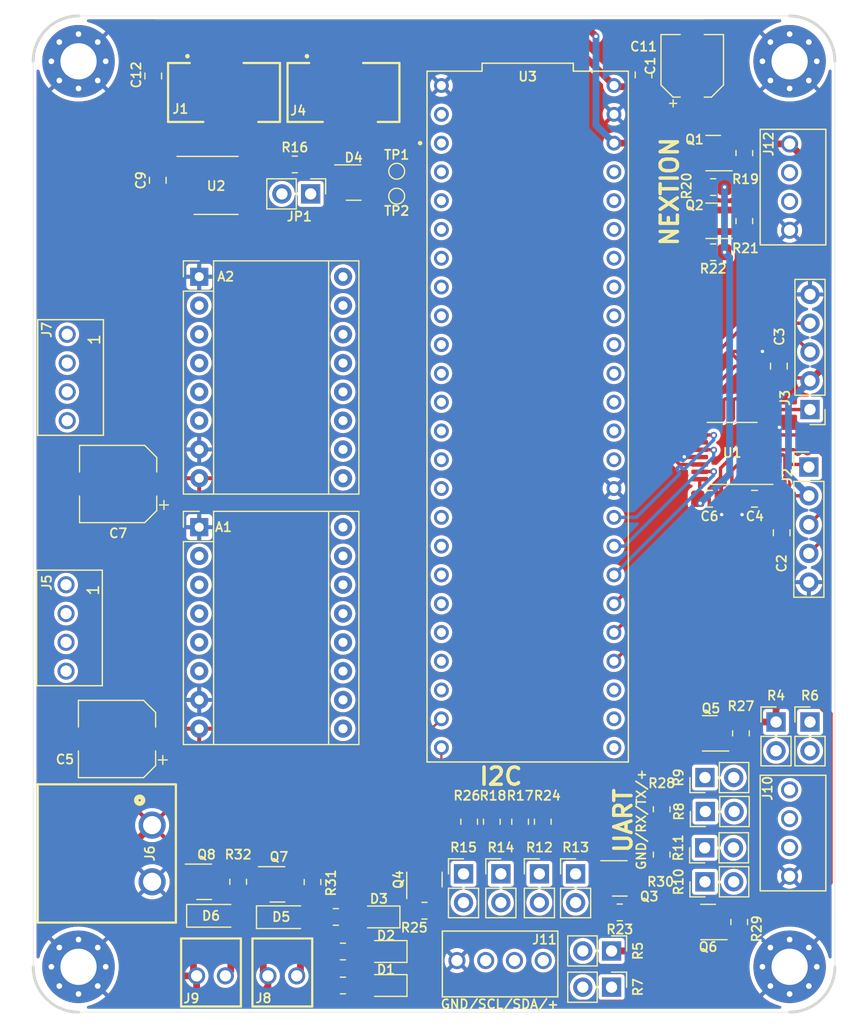
<source format=kicad_pcb>
(kicad_pcb (version 20211014) (generator pcbnew)
  (layers (0 "F.Cu" signal) (31 "B.Cu" signal) (34 "B.Paste" user) (35 "F.Paste" user) (36 "B.SilkS" user "B.Silkscreen") (37 "F.SilkS" user "F.Silkscreen") (38 "B.Mask" user) (39 "F.Mask" user) (44 "Edge.Cuts" user))
  (net 0 "")
  (net 1 "GND")
  (net 2 "/EN_D")
  (net 4 "/M0_D")
  (net 5 "Net-(A1-Pad3)")
  (net 6 "/M1_D")
  (net 7 "Net-(A1-Pad4)")
  (net 8 "/M2_D")
  (net 9 "Net-(A1-Pad5)")
  (net 10 "/RST_D")
  (net 11 "Net-(A1-Pad6)")
  (net 12 "/SLP_D")
  (net 13 "/STP_D")
  (net 14 "+24V")
  (net 15 "/DIR_D")
  (net 16 "/DIR_G")
  (net 17 "/STP_G")
  (net 18 "/SLP_G")
  (net 19 "Net-(A2-Pad6)")
  (net 20 "/RST_G")
  (net 21 "Net-(A2-Pad5)")
  (net 22 "/M2_G")
  (net 23 "Net-(A2-Pad4)")
  (net 24 "/M1_G")
  (net 25 "Net-(A2-Pad3)")
  (net 26 "/M0_G")
  (net 28 "/EN_G")
  (net 29 "+5V")
  (net 30 "+3V3")
  (net 31 "Net-(D1-Pad2)")
  (net 32 "Net-(D2-Pad2)")
  (net 33 "Net-(D3-Pad2)")
  (net 34 "/CANH")
  (net 35 "/CANL")
  (net 36 "/S3_G")
  (net 37 "/S2_G")
  (net 38 "/S1_G")
  (net 39 "/S1_D")
  (net 40 "/S2_D")
  (net 41 "/S3_D")
  (net 42 "Net-(J10-Pad1)")
  (net 43 "Net-(J10-Pad2)")
  (net 44 "Net-(J10-Pad3)")
  (net 45 "Net-(J11-Pad3)")
  (net 46 "Net-(J11-Pad2)")
  (net 47 "Net-(J11-Pad1)")
  (net 48 "/Level_shifter/IN")
  (net 49 "Net-(JP1-Pad1)")
  (net 50 "/NEXTION_RX")
  (net 51 "/NEXTION_TX")
  (net 52 "/SDA")
  (net 53 "/SCL")
  (net 54 "/TX")
  (net 55 "/RX")
  (net 56 "/CHANNEL_B_G")
  (net 57 "/CHANNEL_A_G")
  (net 58 "/CHANNEL_IDX_G")
  (net 59 "/CHANNEL_B_D")
  (net 60 "/CHANNEL_A_D")
  (net 61 "/CHANNEL_IDX_D")
  (net 62 "/TX_CAN")
  (net 63 "/RX_CAN")
  (net 68 "Net-(D5-Pad2)")
  (net 69 "Net-(J9-Pad2)")
  (net 78 "Net-(Q7-Pad1)")
  (net 79 "Net-(Q8-Pad1)")
  (net 80 "/PWM_FAN1")
  (net 81 "/PWM_FAN2")
  (footprint "Module:Pololu_Breakout-16_15.2x20.3mm" (layer "F.Cu") (at 78.06 95.71)
    (fp_text reference "A1")
    (fp_text value "Pololu_Breakout_DRV8825")
  )
  (footprint "Module:Pololu_Breakout-16_15.2x20.3mm" (layer "F.Cu") (at 78.06 73.61)
    (fp_text reference "A2")
    (fp_text value "Pololu_Breakout_DRV8825")
  )
  (footprint "Capacitor_SMD:CP_Elec_5x5.4" (layer "F.Cu") (at 121.6 55 90)
    (fp_text reference "C1")
    (fp_text value "10u")
  )
  (footprint "Capacitor_SMD:C_0805_2012Metric_Pad1.18x1.45mm_HandSolder" (layer "F.Cu") (at 129.5 96.2 -90)
    (fp_text reference "C2")
    (fp_text value "100n")
  )
  (footprint "Capacitor_SMD:C_0805_2012Metric_Pad1.18x1.45mm_HandSolder" (layer "F.Cu") (at 129.25 81.5 90)
    (fp_text reference "C3")
    (fp_text value "100n")
  )
  (footprint "Capacitor_SMD:C_0805_2012Metric_Pad1.18x1.45mm_HandSolder" (layer "F.Cu") (at 127.1 93.2)
    (fp_text reference "C4")
    (fp_text value "100n")
  )
  (footprint "Capacitor_SMD:CP_Elec_6.3x5.4" (layer "F.Cu") (at 70.8 114.4 180)
    (fp_text reference "C5")
    (fp_text value "47u")
  )
  (footprint "Capacitor_SMD:C_0805_2012Metric_Pad1.18x1.45mm_HandSolder" (layer "F.Cu") (at 123.125 93.2 180)
    (fp_text reference "C6")
    (fp_text value "100n")
  )
  (footprint "Capacitor_SMD:CP_Elec_6.3x5.4" (layer "F.Cu") (at 70.9 91.9 180)
    (fp_text reference "C7")
    (fp_text value "47u")
  )
  (footprint "Capacitor_SMD:C_0805_2012Metric_Pad1.18x1.45mm_HandSolder" (layer "F.Cu") (at 74.4 65.1 -90)
    (fp_text reference "C9")
    (fp_text value "100n")
  )
  (footprint "Capacitor_SMD:C_0805_2012Metric_Pad1.18x1.45mm_HandSolder" (layer "F.Cu") (at 117.3 55.8 90)
    (fp_text reference "C11")
    (fp_text value "100n")
  )
  (footprint "LED_SMD:LED_0805_2012Metric_Pad1.15x1.40mm_HandSolder" (layer "F.Cu") (at 94.55 136.15 180)
    (fp_text reference "D1")
    (fp_text value "LED")
  )
  (footprint "LED_SMD:LED_0805_2012Metric_Pad1.15x1.40mm_HandSolder" (layer "F.Cu") (at 94.55 133.149999 180)
    (fp_text reference "D2")
    (fp_text value "LED")
  )
  (footprint "LED_SMD:LED_0805_2012Metric_Pad1.15x1.40mm_HandSolder" (layer "F.Cu") (at 93.925 130.1 180)
    (fp_text reference "D3")
    (fp_text value "LED")
  )
  (footprint "Package_TO_SOT_SMD:SOT-23" (layer "F.Cu") (at 91.7 65.3)
    (fp_text reference "D4")
    (fp_text value "TVS")
  )
  (footprint "AREA_lib_Connector:690367290476" (layer "F.Cu") (at 80.25 57.35 180)
    (fp_text reference "J1")
    (fp_text value "CAN")
  )
  (footprint "Connector_PinHeader_2.54mm:PinHeader_1x05_P2.54mm_Vertical" (layer "F.Cu") (at 131.9 90.4)
    (fp_text reference "J2")
    (fp_text value "ENCODEUR_G")
  )
  (footprint "Connector_PinHeader_2.54mm:PinHeader_1x05_P2.54mm_Vertical" (layer "F.Cu") (at 132 85.33 180)
    (fp_text reference "J3")
    (fp_text value "ENCODEUR_D")
  )
  (footprint "AREA_lib_Connector:690367290476" (layer "F.Cu") (at 90.8 57.35 180)
    (fp_text reference "J4")
    (fp_text value "CAN")
  )
  (footprint "AREA_lib_Connector:Wuerth_2.54mm_4pins_61900411121" (layer "F.Cu") (at 66.3 104.6 90)
    (fp_text reference "J5")
    (fp_text value "MOTOR_D")
  )
  (footprint "AREA_lib_Connector:Wuerth_batcon_691313710002" (layer "F.Cu") (at 73.9 124.5 -90)
    (fp_text reference "J6")
    (fp_text value "BATT")
  )
  (footprint "AREA_lib_Connector:Wuerth_2.54mm_4pins_61900411121" (layer "F.Cu") (at 66.4 82.5 90)
    (fp_text reference "J7")
    (fp_text value "MOTOR_G")
  )
  (footprint "AREA_lib_Connector:Wuerth_2.54mm_2pins_61900211121" (layer "F.Cu") (at 79.1 135 180)
    (fp_text reference "J9")
    (fp_text value "FAN")
  )
  (footprint "AREA_lib_Connector:Wuerth_2.54mm_4pins_61900411121" (layer "F.Cu") (at 130.2 122.7 90)
    (fp_text reference "J10")
    (fp_text value "UART")
  )
  (footprint "AREA_lib_Connector:Wuerth_2.54mm_4pins_61900411121" (layer "F.Cu") (at 104.63 133.95)
    (fp_text reference "J11")
    (fp_text value "I2C")
  )
  (footprint "AREA_lib_Connector:Wuerth_2.54mm_4pins_61900411121" (layer "F.Cu") (at 130.2 65.7 90)
    (fp_text reference "J12")
    (fp_text value "NEXTION")
  )
  (footprint "Connector_PinHeader_2.54mm:PinHeader_1x02_P2.54mm_Vertical" (layer "F.Cu") (at 87.9 66.3 -90)
    (fp_text reference "JP1")
    (fp_text value "120")
  )
  (footprint "Package_TO_SOT_SMD:SOT-23" (layer "F.Cu") (at 123.45 62.7 180)
    (fp_text reference "Q1")
    (fp_text value "SI2302S")
  )
  (footprint "Package_TO_SOT_SMD:SOT-23" (layer "F.Cu") (at 123.45 68.674999 180)
    (fp_text reference "Q2")
    (fp_text value "SI2302S")
  )
  (footprint "Package_TO_SOT_SMD:SOT-23" (layer "F.Cu") (at 115.2 126.7)
    (fp_text reference "Q3")
    (fp_text value "SI2302S")
  )
  (footprint "Package_TO_SOT_SMD:SOT-23" (layer "F.Cu") (at 97.95 126.8 90)
    (fp_text reference "Q4")
    (fp_text value "SI2302S")
  )
  (footprint "Package_TO_SOT_SMD:SOT-23" (layer "F.Cu") (at 123.15 113.9 180)
    (fp_text reference "Q5")
    (fp_text value "SI2302S")
  )
  (footprint "Package_TO_SOT_SMD:SOT-23" (layer "F.Cu") (at 123 130.55 180)
    (fp_text reference "Q6")
    (fp_text value "SI2302S")
  )
  (footprint "Resistor_SMD:R_0805_2012Metric_Pad1.20x1.40mm_HandSolder" (layer "F.Cu") (at 90.75 136.15)
    (fp_text reference "R1" hide)
    (fp_text value "4.7k")
  )
  (footprint "Resistor_SMD:R_0805_2012Metric_Pad1.20x1.40mm_HandSolder" (layer "F.Cu") (at 90.75 133.15)
    (fp_text reference "R2" hide)
    (fp_text value "560")
  )
  (footprint "Resistor_SMD:R_0805_2012Metric_Pad1.20x1.40mm_HandSolder" (layer "F.Cu") (at 90.125 130.1)
    (fp_text reference "R3" hide)
    (fp_text value "220")
  )
  (footprint "Connector_PinHeader_2.54mm:PinHeader_1x02_P2.54mm_Vertical" (layer "F.Cu") (at 129 112.9)
    (fp_text reference "R4")
    (fp_text value "0")
  )
  (footprint "Connector_PinHeader_2.54mm:PinHeader_1x02_P2.54mm_Vertical" (layer "F.Cu") (at 114.475 133.1 -90)
    (fp_text reference "R5")
    (fp_text value "0")
  )
  (footprint "Connector_PinHeader_2.54mm:PinHeader_1x02_P2.54mm_Vertical" (layer "F.Cu") (at 132 112.9)
    (fp_text reference "R6")
    (fp_text value "0")
  )
  (footprint "Connector_PinHeader_2.54mm:PinHeader_1x02_P2.54mm_Vertical" (layer "F.Cu") (at 114.475 136.3 -90)
    (fp_text reference "R7")
    (fp_text value "0")
  )
  (footprint "Connector_PinHeader_2.54mm:PinHeader_1x02_P2.54mm_Vertical" (layer "F.Cu") (at 122.76 120.8 90)
    (fp_text reference "R8")
    (fp_text value "0")
  )
  (footprint "Connector_PinHeader_2.54mm:PinHeader_1x02_P2.54mm_Vertical" (layer "F.Cu") (at 122.725 117.8 90)
    (fp_text reference "R9")
    (fp_text value "0")
  )
  (footprint "Connector_PinHeader_2.54mm:PinHeader_1x02_P2.54mm_Vertical" (layer "F.Cu") (at 122.725 127 90)
    (fp_text reference "R10")
    (fp_text value "0")
  )
  (footprint "Connector_PinHeader_2.54mm:PinHeader_1x02_P2.54mm_Vertical" (layer "F.Cu") (at 122.7 124 90)
    (fp_text reference "R11")
    (fp_text value "0")
  )
  (footprint "Connector_PinHeader_2.54mm:PinHeader_1x02_P2.54mm_Vertical" (layer "F.Cu") (at 108.1 126.3)
    (fp_text reference "R12")
    (fp_text value "0")
  )
  (footprint "Connector_PinHeader_2.54mm:PinHeader_1x02_P2.54mm_Vertical" (layer "F.Cu") (at 111.3 126.3)
    (fp_text reference "R13")
    (fp_text value "0")
  )
  (footprint "Connector_PinHeader_2.54mm:PinHeader_1x02_P2.54mm_Vertical" (layer "F.Cu") (at 104.7 126.3)
    (fp_text reference "R14")
    (fp_text value "0")
  )
  (footprint "Connector_PinHeader_2.54mm:PinHeader_1x02_P2.54mm_Vertical" (layer "F.Cu") (at 101.4 126.3)
    (fp_text reference "R15")
    (fp_text value "0")
  )
  (footprint "Resistor_SMD:R_0805_2012Metric_Pad1.20x1.40mm_HandSolder" (layer "F.Cu") (at 86.5 63.7)
    (fp_text reference "R16")
    (fp_text value "120")
  )
  (footprint "Resistor_SMD:R_0805_2012Metric_Pad1.20x1.40mm_HandSolder" (layer "F.Cu") (at 106.4 121.7 -90)
    (fp_text reference "R17")
    (fp_text value "4.7k")
  )
  (footprint "Resistor_SMD:R_0805_2012Metric_Pad1.20x1.40mm_HandSolder" (layer "F.Cu") (at 103.9 121.7 -90)
    (fp_text reference "R18")
    (fp_text value "4.7k")
  )
  (footprint "Resistor_SMD:R_0805_2012Metric_Pad1.20x1.40mm_HandSolder" (layer "F.Cu") (at 126.2 62.7 90)
    (fp_text reference "R19")
    (fp_text value "10k")
  )
  (footprint "Resistor_SMD:R_0805_2012Metric_Pad1.20x1.40mm_HandSolder" (layer "F.Cu") (at 123.45 65.7)
    (fp_text reference "R20")
    (fp_text value "10k")
  )
  (footprint "Resistor_SMD:R_0805_2012Metric_Pad1.20x1.40mm_HandSolder" (layer "F.Cu") (at 126.2 68.7 -90)
    (fp_text reference "R21")
    (fp_text value "10k")
  )
  (footprint "Resistor_SMD:R_0805_2012Metric_Pad1.20x1.40mm_HandSolder" (layer "F.Cu") (at 123.45 71.45)
    (fp_text reference "R22")
    (fp_text value "10k")
  )
  (footprint "Resistor_SMD:R_0805_2012Metric_Pad1.20x1.40mm_HandSolder" (layer "F.Cu") (at 115.2 129.7)
    (fp_text reference "R23")
    (fp_text value "10k")
  )
  (footprint "Resistor_SMD:R_0805_2012Metric_Pad1.20x1.40mm_HandSolder" (layer "F.Cu") (at 108.4 121.7 90)
    (fp_text reference "R24")
    (fp_text value "10k")
  )
  (footprint "Resistor_SMD:R_0805_2012Metric_Pad1.20x1.40mm_HandSolder" (layer "F.Cu") (at 97.95 129.55 180)
    (fp_text reference "R25")
    (fp_text value "10k")
  )
  (footprint "Resistor_SMD:R_0805_2012Metric_Pad1.20x1.40mm_HandSolder" (layer "F.Cu") (at 101.9 121.7 90)
    (fp_text reference "R26")
    (fp_text value "10k")
  )
  (footprint "Resistor_SMD:R_0805_2012Metric_Pad1.20x1.40mm_HandSolder" (layer "F.Cu") (at 125.9 113.9 90)
    (fp_text reference "R27")
    (fp_text value "10k")
  )
  (footprint "Resistor_SMD:R_0805_2012Metric_Pad1.20x1.40mm_HandSolder" (layer "F.Cu") (at 118.9 120.6 90)
    (fp_text reference "R28")
    (fp_text value "10k")
  )
  (footprint "Resistor_SMD:R_0805_2012Metric_Pad1.20x1.40mm_HandSolder" (layer "F.Cu") (at 125.75 130.55 -90)
    (fp_text reference "R29")
    (fp_text value "10k")
  )
  (footprint "Resistor_SMD:R_0805_2012Metric_Pad1.20x1.40mm_HandSolder" (layer "F.Cu") (at 118.9 124.6 -90)
    (fp_text reference "R30")
    (fp_text value "10k")
  )
  (footprint "TestPoint:TestPoint_Pad_D1.0mm" (layer "F.Cu") (at 95.5 64.3)
    (fp_text reference "TP1")
    (fp_text value "CANH")
  )
  (footprint "TestPoint:TestPoint_Pad_D1.0mm" (layer "F.Cu") (at 95.5 66.5)
    (fp_text reference "TP2")
    (fp_text value "CANL")
  )
  (footprint "Package_SO:TSSOP-16_4.4x5mm_P0.65mm" (layer "F.Cu") (at 125.125 89.2 180)
    (fp_text reference "U1")
    (fp_text value "4504")
  )
  (footprint "Package_SO:SOIC-8_3.9x4.9mm_P1.27mm" (layer "F.Cu") (at 79.55 65.55)
    (fp_text reference "U2")
    (fp_text value "SN65HVD232")
  )
  (footprint "Diode_SMD:D_SOD-123" (layer "F.Cu") (at 85.365 130.125)
    (fp_text reference "D5")
    (fp_text value "1N4148W")
  )
  (footprint "Resistor_SMD:R_0805_2012Metric_Pad1.20x1.40mm_HandSolder" (layer "F.Cu") (at 88.065 127.025 90)
    (fp_text reference "R31")
    (fp_text value "10k")
  )
  (footprint "Resistor_SMD:R_0805_2012Metric_Pad1.20x1.40mm_HandSolder" (layer "F.Cu") (at 81.5 127 90)
    (fp_text reference "R32")
    (fp_text value "10k")
  )
  (footprint "MountingHole:MountingHole_3.2mm_M3_Pad_Via" (layer "F.Cu") (at 67.4 134.5)
    (fp_text reference "H1" hide)
    (fp_text value "MountingHole_Pad")
  )
  (footprint "AREA_lib_Connector:Wuerth_2.54mm_2pins_61900211121" (layer "F.Cu") (at 85.4 135 180)
    (fp_text reference "J8")
    (fp_text value "FAN")
  )
  (footprint "Capacitor_SMD:C_0805_2012Metric_Pad1.18x1.45mm_HandSolder" (layer "F.Cu") (at 74 55.9 -90)
    (fp_text reference "C12")
    (fp_text value "10u")
  )
  (footprint "AREA_lib_composant:Teensy_4-1" (layer "F.Cu") (at 107.0675 85.95 -90)
    (fp_text reference "U3")
    (fp_text value "TEENSY 4.1")
  )
  (footprint "MountingHole:MountingHole_3.2mm_M3_Pad_Via" (layer "F.Cu") (at 130.2 134.5)
    (fp_text reference "H4" hide)
    (fp_text value "MountingHole_Pad")
  )
  (footprint "Diode_SMD:D_SOD-123" (layer "F.Cu") (at 79.2 130)
    (fp_text reference "D6")
    (fp_text value "1N4148W")
  )
  (footprint "MountingHole:MountingHole_3.2mm_M3_Pad_Via" (layer "F.Cu") (at 67.4 54.6)
    (fp_text reference "H2" hide)
    (fp_text value "MountingHole_Pad")
  )
  (footprint "MountingHole:MountingHole_3.2mm_M3_Pad_Via" (layer "F.Cu") (at 130.2 54.6)
    (fp_text reference "H3" hide)
    (fp_text value "MountingHole_Pad")
  )
  (footprint "Package_TO_SOT_SMD:SOT-23" (layer "F.Cu") (at 78.5 127)
    (fp_text reference "Q8")
    (fp_text value "Q_NPN_BEC")
  )
  (footprint "Package_TO_SOT_SMD:SOT-23" (layer "F.Cu") (at 84.965 127.225)
    (fp_text reference "Q7")
    (fp_text value "Q_NPN_BEC")
  )
  (gr_line (start 63.4 54.6) (end 63.4 134.5) (layer "Edge.Cuts") (width 0.0381))
  (gr_line (start 130.2 50.6) (end 67.4 50.6) (layer "Edge.Cuts") (width 0.0381))
  (gr_line (start 67.4 138.5) (end 130.2 138.5) (layer "Edge.Cuts") (width 0.0381))
  (gr_arc (start 63.4 54.6) (mid 64.571573 51.771573) (end 67.4 50.6) (layer "Edge.Cuts") (width 0.254))
  (gr_arc (start 134.2 134.5) (mid 133.028427 137.328427) (end 130.2 138.5) (layer "Edge.Cuts") (width 0.254))
  (gr_arc (start 67.4 138.5) (mid 64.571573 137.328427) (end 63.4 134.5) (layer "Edge.Cuts") (width 0.254))
  (gr_arc (start 130.2 50.6) (mid 133.028427 51.771573) (end 134.2 54.6) (layer "Edge.Cuts") (width 0.254))
  (gr_line (start 134.2 134.5) (end 134.2 54.6) (layer "Edge.Cuts") (width 0.0381))
  (gr_text "NEXTION" (at 119.6 66.1 90) (layer "F.SilkS") (effects (font (size 1.524 1.524) (thickness 0.3048))))
  (gr_text "GND/SCL/SDA/+" (at 104.6 137.8) (layer "F.SilkS") (effects (font (size 0.8 0.8))))
  (gr_text "GND/RX/TX/+" (at 117.1 121.5 90) (layer "F.SilkS") (effects (font (size 0.8 0.8))))
  (gr_text "UART\n" (at 115.5 121.6 90) (layer "F.SilkS") (effects (font (size 1.524 1.524) (thickness 0.3048))))
  (gr_text "I2C" (at 104.7 117.7) (layer "F.SilkS") (effects (font (size 1.524 1.524) (thickness 0.3048))))
  (via (at 124.2 94.6) (size 0.6) (drill 0.3) (layers "F.Cu" "B.Cu") (net 1))
  (via (at 127.8 80.2) (size 0.6) (drill 0.3) (layers "F.Cu" "B.Cu") (net 1))
  (via (at 129.3 86.9) (size 0.6) (drill 0.3) (layers "F.Cu" "B.Cu") (net 1))
  (via (at 126 94.6) (size 0.6) (drill 0.3) (layers "F.Cu" "B.Cu") (net 1))
  (via (at 120.9 89.5) (size 0.6) (drill 0.3) (layers "F.Cu" "B.Cu") (net 1))
  (segment (start 77.55 135.02) (end 77.83 135.3) (width 0.6) (layer "F.Cu") (net 14))
  (segment (start 83.7 136.7) (end 78.1 136.7) (width 0.6) (layer "F.Cu") (net 14))
  (segment (start 71.8 124.1) (end 73.9 122) (width 0.6) (layer "F.Cu") (net 14))
  (segment (start 84.13 135.3) (end 84.13 136.27) (width 0.6) (layer "F.Cu") (net 14))
  (segment (start 77.55 130) (end 77.55 135.02) (width 0.6) (layer "F.Cu") (net 14))
  (segment (start 83.715 130.125) (end 83.715 134.885) (width 0.6) (layer "F.Cu") (net 14))
  (segment (start 78.1 136.7) (end 77.83 136.43) (width 0.6) (layer "F.Cu") (net 14))
  (segment (start 83.715 134.885) (end 84.13 135.3) (width 0.6) (layer "F.Cu") (net 14))
  (segment (start 77.83 135.3) (end 74 135.3) (width 0.6) (layer "F.Cu") (net 14))
  (segment (start 74 135.3) (end 71.8 133.1) (width 0.6) (layer "F.Cu") (net 14))
  (segment (start 84.13 136.27) (end 83.7 136.7) (width 0.6) (layer "F.Cu") (net 14))
  (segment (start 71.8 133.1) (end 71.8 124.1) (width 0.6) (layer "F.Cu") (net 14))
  (segment (start 77.83 136.43) (end 77.83 135.3) (width 0.6) (layer "F.Cu") (net 14))
  (segment (start 126.7 72) (end 126.2 71.5) (width 0.6) (layer "F.Cu") (net 29))
  (segment (start 110.5475 52.6) (end 114.6875 56.74) (width 0.6) (layer "F.Cu") (net 29))
  (segment (start 124.2 133.1) (end 125.75 131.55) (width 0.6) (layer "F.Cu") (net 29))
  (segment (start 129.5 111.2) (end 129 111.7) (width 0.6) (layer "F.Cu") (net 29))
  (segment (start 131.7475 82.5375) (end 132 82.79) (width 0.3) (layer "F.Cu") (net 29))
  (segment (start 121.3 56.9) (end 117.3625 56.9) (width 0.6) (layer "F.Cu") (net 29))
  (segment (start 116.2 133.1) (end 114.475 133.1) (width 0.6) (layer "F.Cu") (net 29))
  (segment (start 125.75 131.55) (end 126.95 131.55) (width 0.6) (layer "F.Cu") (net 29))
  (segment (start 88.895 53.195) (end 89.49 52.6) (width 0.6) (layer "F.Cu") (net 29))
  (segment (start 79 52.6) (end 88.3 52.6) (width 0.6) (layer "F.Cu") (net 29))
  (segment (start 78.345 53.255) (end 79 52.6) (width 0.6) (layer "F.Cu") (net 29))
  (segment (start 88.895 53.195) (end 88.895 55.1) (width 0.6) (layer "F.Cu") (net 29))
  (segment (start 114.475 133.1) (end 124.2 133.1) (width 0.6) (layer "F.Cu") (net 29))
  (segment (start 97.1 134.7) (end 97.85 133.95) (width 0.6) (layer "F.Cu") (net 29))
  (segment (start 128.3975 92.94) (end 128.1375 93.2) (width 0.3) (layer "F.Cu") (net 29))
  (segment (start 132 82.79) (end 133.5 81.29) (width 0.6) (layer "F.Cu") (net 29))
  (segment (start 124.8 57.2) (end 121.6 57.2) (width 0.6) (layer "F.Cu") (net 29))
  (segment (start 130.739748 130) (end 133.7 127.039748) (width 0.6) (layer "F.Cu") (net 29))
  (segment (start 114.785 56.8375) (end 114.6875 56.74) (width 0.6) (layer "F.Cu") (net 29))
  (segment (start 133.5 81.29) (end 133.5 73.3) (width 0.6) (layer "F.Cu") (net 29))
  (segment (start 128.3 96.3625) (end 128.3 110.9) (width 0.6) (layer "F.Cu") (net 29))
  (segment (start 96.95 133.05) (end 96.95 129.55) (width 0.6) (layer "F.Cu") (net 29))
  (segment (start 116.2 129.7) (end 116.2 133.1) (width 0.6) (layer "F.Cu") (net 29))
  (segment (start 126.2 71.5) (end 126.2 69.7) (width 0.6) (layer "F.Cu") (net 29))
  (segment (start 133.5 73.3) (end 132.2 72) (width 0.6) (layer "F.Cu") (net 29))
  (segment (start 89.75 133.15) (end 89.75 134.55) (width 0.6) (layer "F.Cu") (net 29))
  (segment (start 128.5 130) (end 130.739748 130) (width 0.6) (layer "F.Cu") (net 29))
  (segment (start 116.2 137.128022) (end 115.628022 137.7) (width 0.6) (layer "F.Cu") (net 29))
  (segment (start 133.7 127.039748) (end 133.7 112.2) (width 0.6) (layer "F.Cu") (net 29))
  (segment (start 127.9875 93.05) (end 128.1375 93.2) (width 0.3) (layer "F.Cu") (net 29))
  (segment (start 127.9875 91.475) (end 127.9875 93.05) (width 0.3) (layer "F.Cu") (net 29))
  (segment (start 74 54.8625) (end 78.1075 54.8625) (width 0.6) (layer "F.Cu") (net 29))
  (segment (start 126.95 131.55) (end 128.5 130) (width 0.6) (layer "F.Cu") (net 29))
  (segment (start 89.75 134.55) (end 89.9 134.7) (width 0.6) (layer "F.Cu") (net 29))
  (segment (start 132.7 111.2) (end 129.5 111.2) (width 0.6) (layer "F.Cu") (net 29))
  (segment (start 126.2 58.6) (end 124.8 57.2) (width 0.6) (layer "F.Cu") (net 29))
  (segment (start 116.2 133.1) (end 116.2 137.128022) (width 0.6) (layer "F.Cu") (net 29))
  (segment (start 117.3625 56.9) (end 117.3 56.8375) (width 0.6) (layer "F.Cu") (net 29))
  (segment (start 131.9 92.94) (end 129.66 92.94) (width 0.3) (layer "F.Cu") (net 29))
  (segment (start 132.2 72) (end 126.7 72) (width 0.6) (layer "F.Cu") (net 29))
  (segment (start 129 111.6) (end 129 112.9) (width 0.6) (layer "F.Cu") (net 29))
  (segment (start 121.6 57.2) (end 121.3 56.9) (width 0.6) (layer "F.Cu") (net 29))
  (segment (start 129.5 95.1625) (end 128.3 96.3625) (width 0.6) (layer "F.Cu") (net 29))
  (segment (start 129.25 82.5375) (end 131.7475 82.5375) (width 0.3) (layer "F.Cu") (net 29))
  (segment (start 132.2 72) (end 132.2 63.89) (width 0.6) (layer "F.Cu") (net 29))
  (segment (start 115.628022 137.7) (end 101.6 137.7) (width 0.6) (layer "F.Cu") (net 29))
  (segment (start 129.66 92.94) (end 128.3975 92.94) (width 0.3) (layer "F.Cu") (net 29))
  (segment (start 133.7 112.2) (end 132.7 111.2) (width 0.6) (layer "F.Cu") (net 29))
  (segment (start 89.49 52.6) (end 110.5475 52.6) (width 0.6) (layer "F.Cu") (net 29))
  (segment (start 88.3 52.6) (end 88.895 53.195) (width 0.6) (layer "F.Cu") (net 29))
  (segment (start 125.9 112.9) (end 129 112.9) (width 0.6) (layer "F.Cu") (net 29))
  (segment (start 117.3 56.8375) (end 114.785 56.8375) (width 0.6) (layer "F.Cu") (net 29))
  (segment (start 132.2 63.89) (end 130.2 61.89) (width 0.6) (layer "F.Cu") (net 29))
  (segment (start 101.6 137.7) (end 97.85 133.95) (width 0.6) (layer "F.Cu") (net 29))
  (segment (start 129.66 95.0025) (end 129.5 95.1625) (width 0.3) (layer "F.Cu") (net 29))
  (segment (start 97.85 133.95) (end 96.95 133.05) (width 0.6) (layer "F.Cu") (net 29))
  (segment (start 89.9 134.7) (end 97.1 134.7) (width 0.6) (layer "F.Cu") (net 29))
  (segment (start 128.3 110.9) (end 129 111.6) (width 0.6) (layer "F.Cu") (net 29))
  (segment (start 130.2 61.89) (end 126.39 61.89) (width 0.6) (layer "F.Cu") (net 29))
  (segment (start 126.39 61.89) (end 126.2 61.7) (width 0.6) (layer "F.Cu") (net 29))
  (segment (start 126.2 61.7) (end 126.2 58.6) (width 0.6) (layer "F.Cu") (net 29))
  (segment (start 129.66 92.94) (end 129.66 95.0025) (width 0.3) (layer "F.Cu") (net 29))
  (segment (start 78.345 55.1) (end 78.345 53.255) (width 0.6) (layer "F.Cu") (net 29))
  (segment (start 78.1075 54.8625) (end 78.345 55.1) (width 0.6) (layer "F.Cu") (net 29))
  (segment (start 129 111.7) (end 129 112.9) (width 0.6) (layer "F.Cu") (net 29))
  (segment (start 130.1 91.14) (end 131.9 92.94) (width 0.6) (layer "B.Cu") (net 29))
  (segment (start 130.1 84.69) (end 130.1 91.14) (width 0.6) (layer "B.Cu") (net 29))
  (segment (start 132 82.79) (end 130.1 84.69) (width 0.6) (layer "B.Cu") (net 29))
  (segment (start 124.45 71.45) (end 124.45 69.687499) (width 0.6) (layer "F.Cu") (net 30))
  (segment (start 72.3 64.0375) (end 72.3 53.9) (width 0.6) (layer "F.Cu") (net 30))
  (segment (start 122.0875 93.2) (end 122.0875 93.3875) (width 0.3) (layer "F.Cu") (net 30))
  (segment (start 74.6 51.6) (end 112.3 51.6) (width 0.6) (layer "F.Cu") (net 30))
  (segment (start 114.6875 61.82) (end 118.62 61.82) (width 0.6) (layer "F.Cu") (net 30))
  (segment (start 122.2625 93.025) (end 122.0875 93.2) (width 0.3) (layer "F.Cu") (net 30))
  (segment (start 74.4 66.1375) (end 72.3 64.0375) (width 0.6) (layer "F.Cu") (net 30))
  (segment (start 124.45 69.687499) (end 124.3875 69.624999) (width 0.6) (layer "F.Cu") (net 30))
  (segment (start 74.4 66.1375) (end 77.0275 66.1375) (width 0.6) (layer "F.Cu") (net 30))
  (segment (start 122.0875 93.3875) (end 122.3 93.6) (width 0.3) (layer "F.Cu") (net 30))
  (segment (start 124.3875 63.65) (end 124.3875 65.6375) (width 0.6) (layer "F.Cu") (net 30))
  (segment (start 77.0275 66.1375) (end 77.075 66.185) (width 0.6) (layer "F.Cu") (net 30))
  (segment (start 120.6 63.8) (end 124.2375 63.8) (width 0.6) (layer "F.Cu") (net 30))
  (segment (start 124.2375 63.8) (end 124.3875 63.65) (width 0.6) (layer "F.Cu") (net 30))
  (segment (start 118.62 61.82) (end 120.6 63.8) (width 0.6) (layer "F.Cu") (net 30))
  (segment (start 122.2625 91.475) (end 122.2625 93.025) (width 0.3) (layer "F.Cu") (net 30))
  (segment (start 112.3 51.6) (end 113.1 52.4) (width 0.6) (layer "F.Cu") (net 30))
  (segment (start 124.3875 65.6375) (end 124.45 65.7) (width 0.6) (layer "F.Cu") (net 30))
  (segment (start 72.3 53.9) (end 74.6 51.6) (width 0.6) (layer "F.Cu") (net 30))
  (via (at 124.45 71.45) (size 0.6) (drill 0.3) (layers "F.Cu" "B.Cu") (net 30))
  (via (at 113.1 52.4) (size 0.6) (drill 0.3) (layers "F.Cu" "B.Cu") (net 30))
  (via (at 122.3 93.6) (size 0.6) (drill 0.3) (layers "F.Cu" "B.Cu") (net 30))
  (via (at 124.45 65.7) (size 0.6) (drill 0.3) (layers "F.Cu" "B.Cu") (net 30))
  (segment (start 122.3 93.6) (end 124.9 91) (width 0.6) (layer "B.Cu") (net 30))
  (segment (start 124.9 91) (end 124.9 71.9) (width 0.6) (layer "B.Cu") (net 30))
  (segment (start 113.1 60.2325) (end 114.6875 61.82) (width 0.6) (layer "B.Cu") (net 30))
  (segment (start 113.1 52.4) (end 113.1 60.2325) (width 0.6) (layer "B.Cu") (net 30))
  (segment (start 124.9 71.9) (end 124.45 71.45) (width 0.6) (layer "B.Cu") (net 30))
  (segment (start 124.45 65.7) (end 124.45 71.45) (width 0.6) (layer "B.Cu") (net 30))
  (segment (start 132.475 87.575) (end 127.9875 87.575) (width 0.3) (layer "F.Cu") (net 36))
  (segment (start 133.7 96.22) (end 133.7 88.8) (width 0.3) (layer "F.Cu") (net 36))
  (segment (start 131.9 98.02) (end 133.7 96.22) (width 0.3) (layer "F.Cu") (net 36))
  (segment (start 133.7 88.8) (end 132.475 87.575) (width 0.3) (layer "F.Cu") (net 36))
  (segment (start 131.133522 88.875) (end 131.133522 89.071564) (width 0.3) (layer "F.Cu") (net 37))
  (segment (start 130.509959 88.875) (end 130.149809 88.875) (width 0.3) (layer "F.Cu") (net 37))
  (segment (start 131.560522 88.875) (end 131.560522 88.245373) (width 0.3) (layer "F.Cu") (net 37))
  (segment (start 131.987522 88.6615) (end 131.987522 89.046564) (width 0.3) (layer "F.Cu") (net 37))
  (segment (start 131.133522 88.245373) (end 131.133522 88.875) (width 0.3) (layer "F.Cu") (net 37))
  (segment (start 131.987522 88.245373) (end 131.987522 88.6615) (width 0.3) (layer "F.Cu") (net 37))
  (segment (start 132.414522 88.6615) (end 132.414522 88.245373) (width 0.3) (layer "F.Cu") (net 37))
  (segment (start 130.706522 89.071564) (end 130.706522 89.071563) (width 0.3) (layer "F.Cu") (net 37))
  (segment (start 130.149809 88.875) (end 127.9875 88.875) (width 0.3) (layer "F.Cu") (net 37))
  (segment (start 130.936959 89.268127) (end 130.903085 89.268127) (width 0.3) (layer "F.Cu") (net 37))
  (segment (start 131.560522 89.046564) (end 131.560522 88.875) (width 0.3) (layer "F.Cu") (net 37))
  (segment (start 133.2 89.446978) (end 132.628022 88.875) (width 0.3) (layer "F.Cu") (net 37))
  (segment (start 131.815959 89.218127) (end 131.732085 89.218127) (width 0.3) (layer "F.Cu") (net 37))
  (segment (start 133.2 94.18) (end 133.2 89.446978) (width 0.3) (layer "F.Cu") (net 37))
  (segment (start 131.9 95.48) (end 133.2 94.18) (width 0.3) (layer "F.Cu") (net 37))
  (arc (start 132.414522 88.245373) (mid 132.351989 88.094406) (end 132.201022 88.031873) (width 0.3) (layer "F.Cu") (net 37))
  (arc (start 131.987522 89.046564) (mid 131.937272 89.167877) (end 131.815959 89.218127) (width 0.3) (layer "F.Cu") (net 37))
  (arc (start 131.732085 89.218127) (mid 131.610772 89.167877) (end 131.560522 89.046564) (width 0.3) (layer "F.Cu") (net 37))
  (arc (start 131.347022 88.031873) (mid 131.196055 88.094406) (end 131.133522 88.245373) (width 0.3) (layer "F.Cu") (net 37))
  (arc (start 132.201022 88.031873) (mid 132.050055 88.094406) (end 131.987522 88.245373) (width 0.3) (layer "F.Cu") (net 37))
  (arc (start 131.560522 88.245373) (mid 131.497989 88.094406) (end 131.347022 88.031873) (width 0.3) (layer "F.Cu") (net 37))
  (arc (start 131.133522 89.071564) (mid 131.07595 89.210555) (end 130.936959 89.268127) (width 0.3) (layer "F.Cu") (net 37))
  (arc (start 130.903085 89.268127) (mid 130.764094 89.210555) (end 130.706522 89.071564) (width 0.3) (layer "F.Cu") (net 37))
  (arc (start 132.628022 88.875) (mid 132.477055 88.812467) (end 132.414522 88.6615) (width 0.3) (layer "F.Cu") (net 37))
  (arc (start 130.706522 89.071563) (mid 130.64895 88.932572) (end 130.509959 88.875) (width 0.3) (layer "F.Cu") (net 37))
  (segment (start 128.968271 90.175) (end 127.9875 90.175) (width 0.3) (layer "F.Cu") (net 38))
  (segment (start 131.9 90.4) (end 131.675 90.175) (width 0.3) (layer "F.Cu") (net 38))
  (segment (start 131.675 90.175) (end 130.425 90.175) (width 0.3) (layer "F.Cu") (net 38))
  (segment (start 129.7845 90.3885) (end 129.7845 89.5385) (width 0.3) (layer "F.Cu") (net 38))
  (segment (start 129.3575 89.5385) (end 129.3575 89.9615) (width 0.3) (layer "F.Cu") (net 38))
  (segment (start 129.7845 91.9615) (end 129.7845 90.3885) (width 0.3) (layer "F.Cu") (net 38))
  (segment (start 130.2115 90.3885) (end 130.2115 91.9615) (width 0.3) (layer "F.Cu") (net 38))
  (segment (start 129.144 90.175) (end 128.968271 90.175) (width 0.3) (layer "F.Cu") (net 38))
  (arc (start 129.3575 89.9615) (mid 129.294967 90.112467) (end 129.144 90.175) (width 0.3) (layer "F.Cu") (net 38))
  (arc (start 130.425 90.175) (mid 130.274033 90.237533) (end 130.2115 90.3885) (width 0.3) (layer "F.Cu") (net 38))
  (arc (start 130.2115 91.9615) (mid 130.148967 92.112467) (end 129.998 92.175) (width 0.3) (layer "F.Cu") (net 38))
  (arc (start 129.998 92.175) (mid 129.847033 92.112467) (end 129.7845 91.9615) (width 0.3) (layer "F.Cu") (net 38))
  (arc (start 129.7845 89.5385) (mid 129.721967 89.387533) (end 129.571 89.325) (width 0.3) (layer "F.Cu") (net 38))
  (arc (start 129.571 89.325) (mid 129.420033 89.387533) (end 129.3575 89.5385) (width 0.3) (layer "F.Cu") (net 38))
  (segment (start 132 85.33) (end 126.73 85.33) (width 0.3) (layer "F.Cu") (net 39))
  (segment (start 125.2355 85.33) (end 125.2355 86.071671) (width 0.3) (layer "F.Cu") (net 39))
  (segment (start 122.896778 85.33) (end 122.67 85.33) (width 0.3) (layer "F.Cu") (net 39))
  (segment (start 125.6625 86.071671) (end 125.6625 85.33) (width 0.3) (layer "F.Cu") (net 39))
  (segment (start 123.314 85.33) (end 122.896778 85.33) (width 0.3) (layer "F.Cu") (net 39))
  (segment (start 124.8085 86.071671) (end 124.8085 85.33) (width 0.3) (layer "F.Cu") (net 39))
  (segment (start 124.8085 85.33) (end 124.8085 84.588329) (width 0.3) (layer "F.Cu") (net 39))
  (segment (start 125.6625 85.33) (end 125.6625 84.588329) (width 0.3) (layer "F.Cu") (net 39))
  (segment (start 126.5165 85.1165) (end 126.5165 84.588329) (width 0.3) (layer "F.Cu") (net 39))
  (segment (start 126.0895 85.1165) (end 126.0895 86.071671) (width 0.3) (layer "F.Cu") (net 39))
  (segment (start 126.0895 84.588329) (end 126.0895 85.1165) (width 0.3) (layer "F.Cu") (net 39))
  (segment (start 124.3815 84.588329) (end 124.3815 85.33) (width 0.3) (layer "F.Cu") (net 39))
  (segment (start 123.9545 85.33) (end 123.9545 84.588329) (width 0.3) (layer "F.Cu") (net 39))
  (segment (start 123.9545 86.071671) (end 123.9545 85.33) (width 0.3) (layer "F.Cu") (net 39))
  (segment (start 124.3815 85.33) (end 124.3815 86.071671) (width 0.3) (layer "F.Cu") (net 39))
  (segment (start 122.67 85.33) (end 122.2625 85.7375) (width 0.3) (layer "F.Cu") (net 39))
  (segment (start 123.5275 84.588329) (end 123.5275 85.1165) (width 0.3) (layer "F.Cu") (net 39))
  (segment (start 122.2625 85.7375) (end 122.2625 86.925) (width 0.3) (layer "F.Cu") (net 39))
  (segment (start 125.2355 84.588329) (end 125.2355 85.33) (width 0.3) (layer "F.Cu") (net 39))
  (arc (start 124.3815 86.071671) (mid 124.318967 86.222638) (end 124.168 86.285171) (width 0.3) (layer "F.Cu") (net 39))
  (arc (start 126.303 84.374829) (mid 126.152033 84.437362) (end 126.0895 84.588329) (width 0.3) (layer "F.Cu") (net 39))
  (arc (start 125.876 86.285171) (mid 125.725033 86.222638) (end 125.6625 86.071671) (width 0.3) (layer "F.Cu") (net 39))
  (arc (start 126.5165 84.588329) (mid 126.453967 84.437362) (end 126.303 84.374829) (width 0.3) (layer "F.Cu") (net 39))
  (arc (start 123.5275 85.1165) (mid 123.464967 85.267467) (end 123.314 85.33) (width 0.3) (layer "F.Cu") (net 39))
  (arc (start 123.9545 84.588329) (mid 123.891967 84.437362) (end 123.741 84.374829) (width 0.3) (layer "F.Cu") (net 39))
  (arc (start 126.73 85.33) (mid 126.579033 85.267467) (end 126.5165 85.1165) (width 0.3) (layer "F.Cu") (net 39))
  (arc (start 126.0895 86.071671) (mid 126.026967 86.222638) (end 125.876 86.285171) (width 0.3) (layer "F.Cu") (net 39))
  (arc (start 125.022 86.285171) (mid 124.871033 86.222638) (end 124.8085 86.071671) (width 0.3) (layer "F.Cu") (net 39))
  (arc (start 125.449 84.374829) (mid 125.298033 84.437362) (end 125.2355 84.588329) (width 0.3) (layer "F.Cu") (net 39))
  (arc (start 125.2355 86.071671) (mid 125.172967 86.222638) (end 125.022 86.285171) (width 0.3) (layer "F.Cu") (net 39))
  (arc (start 123.741 84.374829) (mid 123.590033 84.437362) (end 123.5275 84.588329) (width 0.3) (layer "F.Cu") (net 39))
  (arc (start 124.168 86.285171) (mid 124.017033 86.222638) (end 123.9545 86.071671) (width 0.3) (layer "F.Cu") (net 39))
  (arc (start 124.8085 84.588329) (mid 124.745967 84.437362) (end 124.595 84.374829) (width 0.3) (layer "F.Cu") (net 39))
  (arc (start 125.6625 84.588329) (mid 125.599967 84.437362) (end 125.449 84.374829) (width 0.3) (layer "F.Cu") (net 39))
  (arc (start 124.595 84.374829) (mid 124.444033 84.437362) (end 124.3815 84.588329) (width 0.3) (layer "F.Cu") (net 39))
  (segment (start 123.89929 83.00071) (end 120.8 86.1) (width 0.3) (layer "F.Cu") (net 40))
  (segment (start 125.795162 81.104836) (end 125.795162 81.104838) (width 0.3) (layer "F.Cu") (net 40))
  (segment (start 126.345419 81.957031) (end 126.34542 81.95703) (width 0.3) (layer "F.Cu") (net 40))
  (segment (start 126.549999 80.651936) (end 126.949289 81.051226) (width 0.3) (layer "F.Cu") (net 40))
  (segment (start 125.342261 81.557742) (end 123.89929 83.00071) (width 0.3) (layer "F.Cu") (net 40))
  (segment (start 126.248067 80.953871) (end 125.546839 80.252645) (width 0.3) (layer "F.Cu") (net 40))
  (segment (start 125.244904 80.252646) (end 125.244905 80.252645) (width 0.3) (layer "F.Cu") (net 40))
  (segment (start 126.55 80.651936) (end 126.549999 80.651936) (width 0.3) (layer "F.Cu") (net 40))
  (segment (start 131.15 79.4) (end 127.5 79.4) (width 0.3) (layer "F.Cu") (net 40))
  (segment (start 126.647356 81.35316) (end 126.248067 80.953871) (width 0.3) (layer "F.Cu") (net 40))
  (segment (start 132 80.25) (end 131.15 79.4) (width 0.3) (layer "F.Cu") (net 40))
  (segment (start 127.5 79.4) (end 126.55 80.35) (width 0.3) (layer "F.Cu") (net 40))
  (segment (start 126.043486 81.95703) (end 125.644197 81.557741) (width 0.3) (layer "F.Cu") (net 40))
  (segment (start 125.244905 80.554579) (end 125.795162 81.104836) (width 0.3) (layer "F.Cu") (net 40))
  (segment (start 126.94929 81.353161) (end 126.94929 81.35316) (width 0.3) (layer "F.Cu") (net 40))
  (segment (start 121.025 88.225) (end 122.2625 88.225) (width 0.3) (layer "F.Cu") (net 40))
  (segment (start 120.8 88) (end 121.025 88.225) (width 0.3) (layer "F.Cu") (net 40))
  (segment (start 125.795162 81.104838) (end 126.34542 81.655096) (width 0.3) (layer "F.Cu") (net 40))
  (segment (start 125.342262 81.55774) (end 125.342261 81.557742) (width 0.3) (layer "F.Cu") (net 40))
  (segment (start 120.8 86.1) (end 120.8 88) (width 0.3) (layer "F.Cu") (net 40))
  (arc (start 126.94929 81.35316) (mid 126.798323 81.415693) (end 126.647356 81.35316) (width 0.3) (layer "F.Cu") (net 40))
  (arc (start 126.55 80.35) (mid 126.487466 80.500969) (end 126.55 80.651936) (width 0.3) (layer "F.Cu") (net 40))
  (arc (start 125.644197 81.557741) (mid 125.49323 81.495208) (end 125.342262 81.55774) (width 0.3) (layer "F.Cu") (net 40))
  (arc (start 125.244905 80.252645) (mid 125.182372 80.403612) (end 125.244905 80.554579) (width 0.3) (layer "F.Cu") (net 40))
  (arc (start 125.546839 80.252645) (mid 125.395871 80.190113) (end 125.244904 80.252646) (width 0.3) (layer "F.Cu") (net 40))
  (arc (start 126.34542 81.655096) (mid 126.407952 81.806064) (end 126.345419 81.957031) (width 0.3) (layer "F.Cu") (net 40))
  (arc (start 126.949289 81.051226) (mid 127.011822 81.202193) (end 126.94929 81.353161) (width 0.3) (layer "F.Cu") (net 40))
  (arc (start 126.34542 81.95703) (mid 126.194453 82.019563) (end 126.043486 81.95703) (width 0.3) (layer "F.Cu") (net 40))
  (segment (start 119.2 88.9) (end 120.475 90.175) (width 0.3) (layer "F.Cu") (net 41))
  (segment (start 126.39 77.71) (end 119.2 84.9) (width 0.3) (layer "F.Cu") (net 41))
  (segment (start 120.475 90.175) (end 122.2625 90.175) (width 0.3) (layer "F.Cu") (net 41))
  (segment (start 132 77.71) (end 126.39 77.71) (width 0.3) (layer "F.Cu") (net 41))
  (segment (start 119.2 84.9) (end 119.2 88.9) (width 0.3) (layer "F.Cu") (net 41))
  (segment (start 126.975 90.825) (end 126.5 91.3) (width 0.3) (layer "F.Cu") (net 56))
  (segment (start 126.5 91.3) (end 126.5 91.7) (width 0.3) (layer "F.Cu") (net 56))
  (segment (start 127.9875 90.825) (end 126.975 90.825) (width 0.3) (layer "F.Cu") (net 56))
  (segment (start 127.1 92.3) (end 127.1 95.1275) (width 0.3) (layer "F.Cu") (net 56))
  (segment (start 127.1 95.1275) (end 114.6875 107.54) (width 0.3) (layer "F.Cu") (net 56))
  (segment (start 126.5 91.7) (end 127.1 92.3) (width 0.3) (layer "F.Cu") (net 56))
  (segment (start 125.1 94.5875) (end 123.14375 96.54375) (width 0.3) (layer "F.Cu") (net 57))
  (segment (start 122.539882 97.147621) (end 122.53988 97.147621) (width 0.3) (layer "F.Cu") (net 57))
  (segment (start 122.53988 97.147621) (end 121.366936 98.320564) (width 0.3) (layer "F.Cu") (net 57))
  (segment (start 125.1 90.7) (end 125.1 94.5875) (width 0.3) (layer "F.Cu") (net 57))
  (segment (start 121.366936 98.320564) (end 114.6875 105) (width 0.3) (layer "F.Cu") (net 57))
  (segment (start 123.027553 97.333358) (end 122.841816 97.147621) (width 0.3) (layer "F.Cu") (net 57))
  (segment (start 123.14375 96.845686) (end 123.143749 96.845686) (width 0.3) (layer "F.Cu") (net 57))
  (segment (start 122.539881 97.147622) (end 122.539882 97.147621) (width 0.3) (layer "F.Cu") (net 57))
  (segment (start 123.143749 96.845686) (end 123.329487 97.031424) (width 0.3) (layer "F.Cu") (net 57))
  (segment (start 127.9875 89.525) (end 126.275 89.525) (width 0.3) (layer "F.Cu") (net 57))
  (segment (start 126.275 89.525) (end 125.1 90.7) (width 0.3) (layer "F.Cu") (net 57))
  (segment (start 123.329486 97.333359) (end 123.329487 97.333358) (width 0.3) (layer "F.Cu") (net 57))
  (arc (start 123.329487 97.031424) (mid 123.392019 97.182392) (end 123.329486 97.333359) (width 0.3) (layer "F.Cu") (net 57))
  (arc (start 123.329487 97.333358) (mid 123.17852 97.395891) (end 123.027553 97.333358) (width 0.3) (layer "F.Cu") (net 57))
  (arc (start 123.14375 96.54375) (mid 123.081216 96.694719) (end 123.14375 96.845686) (width 0.3) (layer "F.Cu") (net 57))
  (arc (start 122.841816 97.147621) (mid 122.690848 97.085089) (end 122.539881 97.147622) (width 0.3) (layer "F.Cu") (net 57))
  (segment (start 120.514085 95.621825) (end 120.514085 95.621826) (width 0.3) (layer "F.Cu") (net 58))
  (segment (start 124.1 91.3) (end 123.1 92.3) (width 0.3) (layer "F.Cu") (net 58))
  (segment (start 120.717944 96.429553) (end 120.717944 96.429554) (width 0.3) (layer "F.Cu") (net 58))
  (segment (start 121.525676 96.33148) (end 121.321817 96.127621) (width 0.3) (layer "F.Cu") (net 58))
  (segment (start 120.514085 95.92376) (end 120.717944 96.127619) (width 0.3) (layer "F.Cu") (net 58))
  (segment (start 121.321817 96.127621) (end 120.81602 95.621826) (width 0.3) (layer "F.Cu") (net 58))
  (segment (start 124.1 90.5) (end 124.1 91.3) (width 0.3) (layer "F.Cu") (net 58))
  (segment (start 123.1 94.0475) (end 121.62375 95.52375) (width 0.3) (layer "F.Cu") (net 58))
  (segment (start 120.088661 97.058839) (end 114.6875 102.46) (width 0.3) (layer "F.Cu") (net 58))
  (segment (start 123.1 92.3) (end 123.1 94.0475) (width 0.3) (layer "F.Cu") (net 58))
  (segment (start 120.717944 96.429554) (end 120.088661 97.058839) (width 0.3) (layer "F.Cu") (net 58))
  (segment (start 127.9875 88.225) (end 126.375 88.225) (width 0.3) (layer "F.Cu") (net 58))
  (segment (start 121.827609 96.33148) (end 121.82761 96.33148) (width 0.3) (layer "F.Cu") (net 58))
  (segment (start 121.62375 95.825686) (end 121.623749 95.825686) (width 0.3) (layer "F.Cu") (net 58))
  (segment (start 126.375 88.225) (end 124.1 90.5) (width 0.3) (layer "F.Cu") (net 58))
  (segment (start 121.623749 95.825686) (end 121.827609 96.029546) (width 0.3) (layer "F.Cu") (net 58))
  (arc (start 121.82761 96.33148) (mid 121.676643 96.394013) (end 121.525676 96.33148) (width 0.3) (layer "F.Cu") (net 58))
  (arc (start 120.514085 95.621826) (mid 120.451552 95.772793) (end 120.514085 95.92376) (width 0.3) (layer "F.Cu") (net 58))
  (arc (start 120.81602 95.621826) (mid 120.665053 95.559293) (end 120.514085 95.621825) (width 0.3) (layer "F.Cu") (net 58))
  (arc (start 121.827609 96.029546) (mid 121.890142 96.180513) (end 121.827609 96.33148) (width 0.3) (layer "F.Cu") (net 58))
  (arc (start 120.717944 96.127619) (mid 120.780477 96.278586) (end 120.717944 96.429553) (width 0.3) (layer "F.Cu") (net 58))
  (arc (start 121.62375 95.52375) (mid 121.561216 95.674719) (end 121.62375 95.825686) (width 0.3) (layer "F.Cu") (net 58))
  (segment (start 122.2625 87.575) (end 123.475 87.575) (width 0.3) (layer "F.Cu") (net 59))
  (segment (start 123.475 87.575) (end 123.5 87.6) (width 0.3) (layer "F.Cu") (net 59))
  (via (at 123.5 87.6) (size 0.6) (drill 0.3) (layers "F.Cu" "B.Cu") (net 59))
  (segment (start 120.698065 90.5) (end 120.636558 90.438493) (width 0.3) (layer "B.Cu") (net 59))
  (segment (start 120.698064 90.5) (end 120.698065 90.5) (width 0.3) (layer "B.Cu") (net 59))
  (segment (start 120.005351 91.494649) (end 116.66 94.84) (width 0.3) (layer "B.Cu") (net 59))
  (segment (start 116.66 94.84) (end 114.6875 94.84) (width 0.3) (layer "B.Cu") (net 59))
  (segment (start 120.334623 90.740427) (end 120.396129 90.801933) (width 0.3) (layer "B.Cu") (net 59))
  (segment (start 123.5 88) (end 121 90.5) (width 0.3) (layer "B.Cu") (net 59))
  (segment (start 123.5 87.6) (end 123.5 88) (width 0.3) (layer "B.Cu") (net 59))
  (segment (start 120.39613 91.103868) (end 120.396129 91.103868) (width 0.3) (layer "B.Cu") (net 59))
  (segment (start 120.396129 91.103868) (end 120.39613 91.103869) (width 0.3) (layer "B.Cu") (net 59))
  (segment (start 120.39613 91.103869) (end 120.005351 91.494649) (width 0.3) (layer "B.Cu") (net 59))
  (segment (start 120.334623 90.438492) (end 120.334623 90.438493) (width 0.3) (layer "B.Cu") (net 59))
  (arc (start 120.334623 90.438493) (mid 120.27209 90.58946) (end 120.334623 90.740427) (width 0.3) (layer "B.Cu") (net 59))
  (arc (start 121 90.5) (mid 120.849032 90.562533) (end 120.698064 90.5) (width 0.3) (layer "B.Cu") (net 59))
  (arc (start 120.396129 90.801933) (mid 120.458662 90.9529) (end 120.39613 91.103868) (width 0.3) (layer "B.Cu") (net 59))
  (arc (start 120.636558 90.438493) (mid 120.485591 90.37596) (end 120.334623 90.438492) (width 0.3) (layer "B.Cu") (net 59))
  (segment (start 122.2625 88.875) (end 123.475 88.875) (width 0.3) (layer "F.Cu") (net 60))
  (segment (start 123.475 88.875) (end 123.5 88.9) (width 0.3) (layer "F.Cu") (net 60))
  (via (at 123.5 88.9) (size 0.6) (drill 0.3) (layers "F.Cu" "B.Cu") (net 60))
  (segment (start 115.62 97.38) (end 114.6875 97.38) (width 0.3) (layer "B.Cu") (net 60))
  (segment (start 123.5 88.9) (end 123.5 89.5) (width 0.3) (layer "B.Cu") (net 60))
  (segment (start 123.5 89.5) (end 115.62 97.38) (width 0.3) (layer "B.Cu") (net 60))
  (segment (start 122.2875 90.8) (end 122.2625 90.825) (width 0.3) (layer "F.Cu") (net 61))
  (segment (start 123.5 90.8) (end 122.2875 90.8) (width 0.3) (layer "F.Cu") (net 61))
  (via (at 123.5 90.8) (size 0.6) (drill 0.3) (layers "F.Cu" "B.Cu") (net 61))
  (segment (start 114.6875 99.92) (end 123.5 91.1075) (width 0.3) (layer "B.Cu") (net 61))
  (segment (start 123.5 91.1075) (end 123.5 90.8) (width 0.3) (layer "B.Cu") (net 61))
  (segment (start 85.9025 129.9025) (end 86.125 130.125) (width 0.6) (layer "F.Cu") (net 68))
  (segment (start 87 134.97) (end 87 130.14) (width 0.6) (layer "F.Cu") (net 68))
  (segment (start 86.125 130.125) (end 87.015 130.125) (width 0.6) (layer "F.Cu") (net 68))
  (segment (start 86.67 135.3) (end 87 134.97) (width 0.6) (layer "F.Cu") (net 68))
  (segment (start 87 130.14) (end 87.015 130.125) (width 0.6) (layer "F.Cu") (net 68))
  (segment (start 85.9025 127.225) (end 85.9025 129.9025) (width 0.6) (layer "F.Cu") (net 68))
  (segment (start 79.4375 129.6375) (end 79.8 130) (width 0.6) (layer "F.Cu") (net 69))
  (segment (start 80.85 134.82) (end 80.37 135.3) (width 0.6) (layer "F.Cu") (net 69))
  (segment (start 79.8 130) (end 80.85 130) (width 0.6) (layer "F.Cu") (net 69))
  (segment (start 79.4375 127) (end 79.4375 129.6375) (width 0.6) (layer "F.Cu") (net 69))
  (segment (start 80.85 130) (end 80.85 134.82) (width 0.6) (layer "F.Cu") (net 69))
  (segment (start 84.0275 126.275) (end 87.815 126.275) (width 0.2) (layer "F.Cu") (net 78))
  (segment (start 87.815 126.275) (end 88.065 126.025) (width 0.2) (layer "F.Cu") (net 78))
  (segment (start 77.5625 126.05) (end 81.45 126.05) (width 0.2) (layer "F.Cu") (net 79))
  (segment (start 81.45 126.05) (end 81.5 126) (width 0.2) (layer "F.Cu") (net 79))
  (segment (start 99.4475 117.5525) (end 99.4475 115.16) (width 0.2) (layer "F.Cu") (net 80))
  (segment (start 88.065 128.025) (end 88.975 128.025) (width 0.2) (layer "F.Cu") (net 80))
  (segment (start 88.975 128.025) (end 99.4475 117.5525) (width 0.2) (layer "F.Cu") (net 80))
  (segment (start 82.8 125.9) (end 82.8 127.5) (width 0.2) (layer "F.Cu") (net 81))
  (segment (start 99.4475 112.62) (end 88.0675 124) (width 0.2) (layer "F.Cu") (net 81))
  (segment (start 82.3 128) (end 81.5 128) (width 0.2) (layer "F.Cu") (net 81))
  (segment (start 88.0675 124) (end 84.7 124) (width 0.2) (layer "F.Cu") (net 81))
  (segment (start 82.8 127.5) (end 82.3 128) (width 0.2) (layer "F.Cu") (net 81))
  (segment (start 84.7 124) (end 82.8 125.9) (width 0.2) (layer "F.Cu") (net 81))
  (zone (net 1) (net_name "GND") (layers F&B.Cu) (connect_pads (clearance 0.3)) (min_thickness 0.254) (fill yes (thermal_gap 0.35) (thermal_bridge_width 0.35) (smoothing fillet) (radius 0.5))
    (polygon (pts (xy 134.4 138.2) (xy 62.2 138.5) (xy 62 49.7) (xy 134.4 49.7)))
  )
  (zone (net 14) (net_name "+24V") (layer "F.Cu") (priority 1) (connect_pads (clearance 0.3)) (min_thickness 0.254) (fill yes (thermal_gap 0.35) (thermal_bridge_width 0.35) (smoothing fillet) (radius 0.5))
    (polygon (pts (xy 84.397255 125.030027) (xy 70.40113 125.03357) (xy 70.4 112.2) (xy 75.8 112.2) (xy 79.5 112.2) (xy 79.5 93.9) (xy 71.1 93.9) (xy 71.1 90) (xy 84.4 90)))
  )
)
</source>
